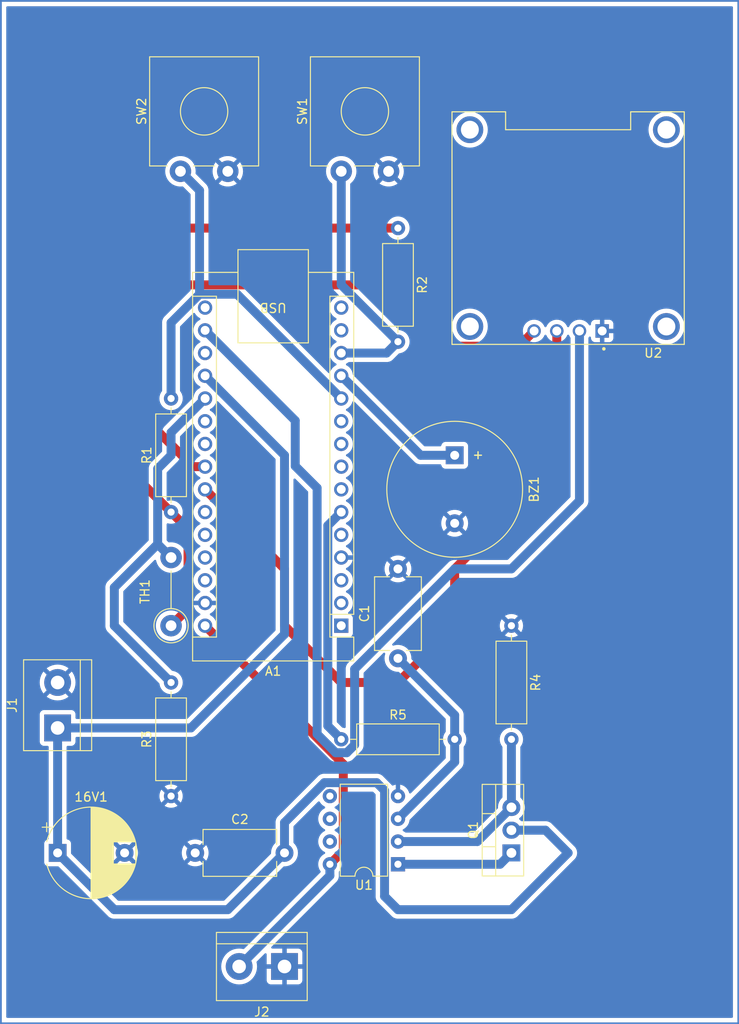
<source format=kicad_pcb>
(kicad_pcb (version 20221018) (generator pcbnew)
  (title_block (title "18650 Battery Capacity Tester ") (date "05.02.2024") (rev "1.0") (company "by Muxtar_Safarov"))
  (layers (0 "F.Cu" signal) (31 "B.Cu" signal) (34 "B.Paste" user) (35 "F.Paste" user) (36 "B.SilkS" user "B.Silkscreen") (37 "F.SilkS" user "F.Silkscreen") (38 "B.Mask" user) (39 "F.Mask" user) (44 "Edge.Cuts" user))
  (net 0 "")
  (net 1 "BAT+")
  (net 2 "Earth")
  (net 7 "Net-(A1-D3)")
  (net 12 "UP")
  (net 13 "BUZZER")
  (net 14 "DOWN")
  (net 18 "3V3")
  (net 20 "TEMP")
  (net 23 "Net-(A1-SDA{slash}A4)")
  (net 24 "Net-(A1-SCL{slash}A5)")
  (net 29 "VCC")
  (net 30 "Net-(U1A-+)")
  (net 31 "GATE")
  (net 32 "Net-(Q1-S)")
  (net 33 "+5V")
  (footprint "Capacitor_THT:CP_Radial_D10.0mm_P7.50mm" (layer "F.Cu") (at 63.5 165.1)
    (fp_text reference "16V1" (at 3.75 -6.25) (layer "F.SilkS"))
    (fp_text value "220uF")
    (fp_line (start -1.729646 -2.875) (end -0.729646 -2.875) (stroke (width 0.12)) (layer "F.SilkS"))
    (fp_line (start -1.229646 -3.375) (end -1.229646 -2.375) (stroke (width 0.12)) (layer "F.SilkS"))
    (fp_line (start 3.75 -5.08) (end 3.75 5.08) (stroke (width 0.12)) (layer "F.SilkS"))
    (fp_line (start 3.79 -5.08) (end 3.79 5.08) (stroke (width 0.12)) (layer "F.SilkS"))
    (fp_line (start 3.83 -5.08) (end 3.83 5.08) (stroke (width 0.12)) (layer "F.SilkS"))
    (fp_line (start 3.87 -5.079) (end 3.87 5.079) (stroke (width 0.12)) (layer "F.SilkS"))
    (fp_line (start 3.91 -5.078) (end 3.91 5.078) (stroke (width 0.12)) (layer "F.SilkS"))
    (fp_line (start 3.95 -5.077) (end 3.95 5.077) (stroke (width 0.12)) (layer "F.SilkS"))
    (fp_line (start 3.99 -5.075) (end 3.99 5.075) (stroke (width 0.12)) (layer "F.SilkS"))
    (fp_line (start 4.03 -5.073) (end 4.03 5.073) (stroke (width 0.12)) (layer "F.SilkS"))
    (fp_line (start 4.07 -5.07) (end 4.07 5.07) (stroke (width 0.12)) (layer "F.SilkS"))
    (fp_line (start 4.11 -5.068) (end 4.11 5.068) (stroke (width 0.12)) (layer "F.SilkS"))
    (fp_line (start 4.15 -5.065) (end 4.15 5.065) (stroke (width 0.12)) (layer "F.SilkS"))
    (fp_line (start 4.19 -5.062) (end 4.19 5.062) (stroke (width 0.12)) (layer "F.SilkS"))
    (fp_line (start 4.23 -5.058) (end 4.23 5.058) (stroke (width 0.12)) (layer "F.SilkS"))
    (fp_line (start 4.27 -5.054) (end 4.27 5.054) (stroke (width 0.12)) (layer "F.SilkS"))
    (fp_line (start 4.31 -5.05) (end 4.31 5.05) (stroke (width 0.12)) (layer "F.SilkS"))
    (fp_line (start 4.35 -5.045) (end 4.35 5.045) (stroke (width 0.12)) (layer "F.SilkS"))
    (fp_line (start 4.39 -5.04) (end 4.39 5.04) (stroke (width 0.12)) (layer "F.SilkS"))
    (fp_line (start 4.43 -5.035) (end 4.43 5.035) (stroke (width 0.12)) (layer "F.SilkS"))
    (fp_line (start 4.471 -5.03) (end 4.471 5.03) (stroke (width 0.12)) (layer "F.SilkS"))
    (fp_line (start 4.511 -5.024) (end 4.511 5.024) (stroke (width 0.12)) (layer "F.SilkS"))
    (fp_line (start 4.551 -5.018) (end 4.551 5.018) (stroke (width 0.12)) (layer "F.SilkS"))
    (fp_line (start 4.591 -5.011) (end 4.591 5.011) (stroke (width 0.12)) (layer "F.SilkS"))
    (fp_line (start 4.631 -5.004) (end 4.631 5.004) (stroke (width 0.12)) (layer "F.SilkS"))
    (fp_line (start 4.671 -4.997) (end 4.671 4.997) (stroke (width 0.12)) (layer "F.SilkS"))
    (fp_line (start 4.711 -4.99) (end 4.711 4.99) (stroke (width 0.12)) (layer "F.SilkS"))
    (fp_line (start 4.751 -4.982) (end 4.751 4.982) (stroke (width 0.12)) (layer "F.SilkS"))
    (fp_line (start 4.791 -4.974) (end 4.791 4.974) (stroke (width 0.12)) (layer "F.SilkS"))
    (fp_line (start 4.831 -4.965) (end 4.831 4.965) (stroke (width 0.12)) (layer "F.SilkS"))
    (fp_line (start 4.871 -4.956) (end 4.871 4.956) (stroke (width 0.12)) (layer "F.SilkS"))
    (fp_line (start 4.911 -4.947) (end 4.911 4.947) (stroke (width 0.12)) (layer "F.SilkS"))
    (fp_line (start 4.951 -4.938) (end 4.951 4.938) (stroke (width 0.12)) (layer "F.SilkS"))
    (fp_line (start 4.991 -4.928) (end 4.991 4.928) (stroke (width 0.12)) (layer "F.SilkS"))
    (fp_line (start 5.031 -4.918) (end 5.031 4.918) (stroke (width 0.12)) (layer "F.SilkS"))
    (fp_line (start 5.071 -4.907) (end 5.071 4.907) (stroke (width 0.12)) (layer "F.SilkS"))
    (fp_line (start 5.111 -4.897) (end 5.111 4.897) (stroke (width 0.12)) (layer "F.SilkS"))
    (fp_line (start 5.151 -4.885) (end 5.151 4.885) (stroke (width 0.12)) (layer "F.SilkS"))
    (fp_line (start 5.191 -4.874) (end 5.191 4.874) (stroke (width 0.12)) (layer "F.SilkS"))
    (fp_line (start 5.231 -4.862) (end 5.231 4.862) (stroke (width 0.12)) (layer "F.SilkS"))
    (fp_line (start 5.271 -4.85) (end 5.271 4.85) (stroke (width 0.12)) (layer "F.SilkS"))
    (fp_line (start 5.311 -4.837) (end 5.311 4.837) (stroke (width 0.12)) (layer "F.SilkS"))
    (fp_line (start 5.351 -4.824) (end 5.351 4.824) (stroke (width 0.12)) (layer "F.SilkS"))
    (fp_line (start 5.391 -4.811) (end 5.391 4.811) (stroke (width 0.12)) (layer "F.SilkS"))
    (fp_line (start 5.431 -4.797) (end 5.431 4.797) (stroke (width 0.12)) (layer "F.SilkS"))
    (fp_line (start 5.471 -4.783) (end 5.471 4.783) (stroke (width 0.12)) (layer "F.SilkS"))
    (fp_line (start 5.511 -4.768) (end 5.511 4.768) (stroke (width 0.12)) (layer "F.SilkS"))
    (fp_line (start 5.551 -4.754) (end 5.551 4.754) (stroke (width 0.12)) (layer "F.SilkS"))
    (fp_line (start 5.591 -4.738) (end 5.591 4.738) (stroke (width 0.12)) (layer "F.SilkS"))
    (fp_line (start 5.631 -4.723) (end 5.631 4.723) (stroke (width 0.12)) (layer "F.SilkS"))
    (fp_line (start 5.671 -4.707) (end 5.671 4.707) (stroke (width 0.12)) (layer "F.SilkS"))
    (fp_line (start 5.711 -4.69) (end 5.711 4.69) (stroke (width 0.12)) (layer "F.SilkS"))
    (fp_line (start 5.751 -4.674) (end 5.751 4.674) (stroke (width 0.12)) (layer "F.SilkS"))
    (fp_line (start 5.791 -4.657) (end 5.791 4.657) (stroke (width 0.12)) (layer "F.SilkS"))
    (fp_line (start 5.831 -4.639) (end 5.831 4.639) (stroke (width 0.12)) (layer "F.SilkS"))
    (fp_line (start 5.871 -4.621) (end 5.871 4.621) (stroke (width 0.12)) (layer "F.SilkS"))
    (fp_line (start 5.911 -4.603) (end 5.911 4.603) (stroke (width 0.12)) (layer "F.SilkS"))
    (fp_line (start 5.951 -4.584) (end 5.951 4.584) (stroke (width 0.12)) (layer "F.SilkS"))
    (fp_line (start 5.991 -4.564) (end 5.991 4.564) (stroke (width 0.12)) (layer "F.SilkS"))
    (fp_line (start 6.031 -4.545) (end 6.031 4.545) (stroke (width 0.12)) (layer "F.SilkS"))
    (fp_line (start 6.071 -4.525) (end 6.071 4.525) (stroke (width 0.12)) (layer "F.SilkS"))
    (fp_line (start 6.111 -4.504) (end 6.111 4.504) (stroke (width 0.12)) (layer "F.SilkS"))
    (fp_line (start 6.151 -4.483) (end 6.151 4.483) (stroke (width 0.12)) (layer "F.SilkS"))
    (fp_line (start 6.191 -4.462) (end 6.191 4.462) (stroke (width 0.12)) (layer "F.SilkS"))
    (fp_line (start 6.231 -4.44) (end 6.231 4.44) (stroke (width 0.12)) (layer "F.SilkS"))
    (fp_line (start 6.271 -4.417) (end 6.271 -1.241) (stroke (width 0.12)) (layer "F.SilkS"))
    (fp_line (start 6.271 1.241) (end 6.271 4.417) (stroke (width 0.12)) (layer "F.SilkS"))
    (fp_line (start 6.311 -4.395) (end 6.311 -1.241) (stroke (width 0.12)) (layer "F.SilkS"))
    (fp_line (start 6.311 1.241) (end 6.311 4.395) (stroke (width 0.12)) (layer "F.SilkS"))
    (fp_line (start 6.351 -4.371) (end 6.351 -1.241) (stroke (width 0.12)) (layer "F.SilkS"))
    (fp_line (start 6.351 1.241) (end 6.351 4.371) (stroke (width 0.12)) (layer "F.SilkS"))
    (fp_line (start 6.391 -4.347) (end 6.391 -1.241) (stroke (width 0.12)) (layer "F.SilkS"))
    (fp_line (start 6.391 1.241) (end 6.391 4.347) (stroke (width 0.12)) (layer "F.SilkS"))
    (fp_line (start 6.431 -4.323) (end 6.431 -1.241) (stroke (width 0.12)) (layer "F.SilkS"))
    (fp_line (start 6.431 1.241) (end 6.431 4.323) (stroke (width 0.12)) (layer "F.SilkS"))
    (fp_line (start 6.471 -4.298) (end 6.471 -1.241) (stroke (width 0.12)) (layer "F.SilkS"))
    (fp_line (start 6.471 1.241) (end 6.471 4.298) (stroke (width 0.12)) (layer "F.SilkS"))
    (fp_line (start 6.511 -4.273) (end 6.511 -1.241) (stroke (width 0.12)) (layer "F.SilkS"))
    (fp_line (start 6.511 1.241) (end 6.511 4.273) (stroke (width 0.12)) (layer "F.SilkS"))
    (fp_line (start 6.551 -4.247) (end 6.551 -1.241) (stroke (width 0.12)) (layer "F.SilkS"))
    (fp_line (start 6.551 1.241) (end 6.551 4.247) (stroke (width 0.12)) (layer "F.SilkS"))
    (fp_line (start 6.591 -4.221) (end 6.591 -1.241) (stroke (width 0.12)) (layer "F.SilkS"))
    (fp_line (start 6.591 1.241) (end 6.591 4.221) (stroke (width 0.12)) (layer "F.SilkS"))
    (fp_line (start 6.631 -4.194) (end 6.631 -1.241) (stroke (width 0.12)) (layer "F.SilkS"))
    (fp_line (start 6.631 1.241) (end 6.631 4.194) (stroke (width 0.12)) (layer "F.SilkS"))
    (fp_line (start 6.671 -4.166) (end 6.671 -1.241) (stroke (width 0.12)) (layer "F.SilkS"))
    (fp_line (start 6.671 1.241) (end 6.671 4.166) (stroke (width 0.12)) (layer "F.SilkS"))
    (fp_line (start 6.711 -4.138) (end 6.711 -1.241) (stroke (width 0.12)) (layer "F.SilkS"))
    (fp_line (start 6.711 1.241) (end 6.711 4.138) (stroke (width 0.12)) (layer "F.SilkS"))
    (fp_line (start 6.751 -4.11) (end 6.751 -1.241) (stroke (width 0.12)) (layer "F.SilkS"))
    (fp_line (start 6.751 1.241) (end 6.751 4.11) (stroke (width 0.12)) (layer "F.SilkS"))
    (fp_line (start 6.791 -4.08) (end 6.791 -1.241) (stroke (width 0.12)) (layer "F.SilkS"))
    (fp_line (start 6.791 1.241) (end 6.791 4.08) (stroke (width 0.12)) (layer "F.SilkS"))
    (fp_line (start 6.831 -4.05) (end 6.831 -1.241) (stroke (width 0.12)) (layer "F.SilkS"))
    (fp_line (start 6.831 1.241) (end 6.831 4.05) (stroke (width 0.12)) (layer "F.SilkS"))
    (fp_line (start 6.871 -4.02) (end 6.871 -1.241) (stroke (width 0.12)) (layer "F.SilkS"))
    (fp_line (start 6.871 1.241) (end 6.871 4.02) (stroke (width 0.12)) (layer "F.SilkS"))
    (fp_line (start 6.911 -3.989) (end 6.911 -1.241) (stroke (width 0.12)) (layer "F.SilkS"))
    (fp_line (start 6.911 1.241) (end 6.911 3.989) (stroke (width 0.12)) (layer "F.SilkS"))
    (fp_line (start 6.951 -3.957) (end 6.951 -1.241) (stroke (width 0.12)) (layer "F.SilkS"))
    (fp_line (start 6.951 1.241) (end 6.951 3.957) (stroke (width 0.12)) (layer "F.SilkS"))
    (fp_line (start 6.991 -3.925) (end 6.991 -1.241) (stroke (width 0.12)) (layer "F.SilkS"))
    (fp_line (start 6.991 1.241) (end 6.991 3.925) (stroke (width 0.12)) (layer "F.SilkS"))
    (fp_line (start 7.031 -3.892) (end 7.031 -1.241) (stroke (width 0.12)) (layer "F.SilkS"))
    (fp_line (start 7.031 1.241) (end 7.031 3.892) (stroke (width 0.12)) (layer "F.SilkS"))
    (fp_line (start 7.071 -3.858) (end 7.071 -1.241) (stroke (width 0.12)) (layer "F.SilkS"))
    (fp_line (start 7.071 1.241) (end 7.071 3.858) (stroke (width 0.12)) (layer "F.SilkS"))
    (fp_line (start 7.111 -3.824) (end 7.111 -1.241) (stroke (width 0.12)) (layer "F.SilkS"))
    (fp_line (start 7.111 1.241) (end 7.111 3.824) (stroke (width 0.12)) (layer "F.SilkS"))
    (fp_line (start 7.151 -3.789) (end 7.151 -1.241) (stroke (width 0.12)) (layer "F.SilkS"))
    (fp_line (start 7.151 1.241) (end 7.151 3.789) (stroke (width 0.12)) (layer "F.SilkS"))
    (fp_line (start 7.191 -3.753) (end 7.191 -1.241) (stroke (width 0.12)) (layer "F.SilkS"))
    (fp_line (start 7.191 1.241) (end 7.191 3.753) (stroke (width 0.12)) (layer "F.SilkS"))
    (fp_line (start 7.231 -3.716) (end 7.231 -1.241) (stroke (width 0.12)) (layer "F.SilkS"))
    (fp_line (start 7.231 1.241) (end 7.231 3.716) (stroke (width 0.12)) (layer "F.SilkS"))
    (fp_line (start 7.271 -3.679) (end 7.271 -1.241) (stroke (width 0.12)) (layer "F.SilkS"))
    (fp_line (start 7.271 1.241) (end 7.271 3.679) (stroke (width 0.12)) (layer "F.SilkS"))
    (fp_line (start 7.311 -3.64) (end 7.311 -1.241) (stroke (width 0.12)) (layer "F.SilkS"))
    (fp_line (start 7.311 1.241) (end 7.311 3.64) (stroke (width 0.12)) (layer "F.SilkS"))
    (fp_line (start 7.351 -3.601) (end 7.351 -1.241) (stroke (width 0.12)) (layer "F.SilkS"))
    (fp_line (start 7.351 1.241) (end 7.351 3.601) (stroke (width 0.12)) (layer "F.SilkS"))
    (fp_line (start 7.391 -3.561) (end 7.391 -1.241) (stroke (width 0.12)) (layer "F.SilkS"))
    (fp_line (start 7.391 1.241) (end 7.391 3.561) (stroke (width 0.12)) (layer "F.SilkS"))
    (fp_line (start 7.431 -3.52) (end 7.431 -1.241) (stroke (width 0.12)) (layer "F.SilkS"))
    (fp_line (start 7.431 1.241) (end 7.431 3.52) (stroke (width 0.12)) (layer "F.SilkS"))
    (fp_line (start 7.471 -3.478) (end 7.471 -1.241) (stroke (width 0.12)) (layer "F.SilkS"))
    (fp_line (start 7.471 1.241) (end 7.471 3.478) (stroke (width 0.12)) (layer "F.SilkS"))
    (fp_line (start 7.511 -3.436) (end 7.511 -1.241) (stroke (width 0.12)) (layer "F.SilkS"))
    (fp_line (start 7.511 1.241) (end 7.511 3.436) (stroke (width 0.12)) (layer "F.SilkS"))
    (fp_line (start 7.551 -3.392) (end 7.551 -1.241) (stroke (width 0.12)) (layer "F.SilkS"))
    (fp_line (start 7.551 1.241) (end 7.551 3.392) (stroke (width 0.12)) (layer "F.SilkS"))
    (fp_line (start 7.591 -3.347) (end 7.591 -1.241) (stroke (width 0.12)) (layer "F.SilkS"))
    (fp_line (start 7.591 1.241) (end 7.591 3.347) (stroke (width 0.12)) (layer "F.SilkS"))
    (fp_line (start 7.631 -3.301) (end 7.631 -1.241) (stroke (width 0.12)) (layer "F.SilkS"))
    (fp_line (start 7.631 1.241) (end 7.631 3.301) (stroke (width 0.12)) (layer "F.SilkS"))
    (fp_line (start 7.671 -3.254) (end 7.671 -1.241) (stroke (width 0.12)) (layer "F.SilkS"))
    (fp_line (start 7.671 1.241) (end 7.671 3.254) (stroke (width 0.12)) (layer "F.SilkS"))
    (fp_line (start 7.711 -3.206) (end 7.711 -1.241) (stroke (width 0.12)) (layer "F.SilkS"))
    (fp_line (start 7.711 1.241) (end 7.711 3.206) (stroke (width 0.12)) (layer "F.SilkS"))
    (fp_line (start 7.751 -3.156) (end 7.751 -1.241) (stroke (width 0.12)) (layer "F.SilkS"))
    (fp_line (start 7.751 1.241) (end 7.751 3.156) (stroke (width 0.12)) (layer "F.SilkS"))
    (fp_line (start 7.791 -3.106) (end 7.791 -1.241) (stroke (width 0.12)) (layer "F.SilkS"))
    (fp_line (start 7.791 1.241) (end 7.791 3.106) (stroke (width 0.12)) (layer "F.SilkS"))
    (fp_line (start 7.831 -3.054) (end 7.831 -1.241) (stroke (width 0.12)) (layer "F.SilkS"))
    (fp_line (start 7.831 1.241) (end 7.831 3.054) (stroke (width 0.12)) (layer "F.SilkS"))
    (fp_line (start 7.871 -3) (end 7.871 -1.241) (stroke (width 0.12)) (layer "F.SilkS"))
    (fp_line (start 7.871 1.241) (end 7.871 3) (stroke (width 0.12)) (layer "F.SilkS"))
    (fp_line (start 7.911 -2.945) (end 7.911 -1.241) (stroke (width 0.12)) (layer "F.SilkS"))
    (fp_line (start 7.911 1.241) (end 7.911 2.945) (stroke (width 0.12)) (layer "F.SilkS"))
    (fp_line (start 7.951 -2.889) (end 7.951 -1.241) (stroke (width 0.12)) (layer "F.SilkS"))
    (fp_line (start 7.951 1.241) (end 7.951 2.889) (stroke (width 0.12)) (layer "F.SilkS"))
    (fp_line (start 7.991 -2.83) (end 7.991 -1.241) (stroke (width 0.12)) (layer "F.SilkS"))
    (fp_line (start 7.991 1.241) (end 7.991 2.83) (stroke (width 0.12)) (layer "F.SilkS"))
    (fp_line (start 8.031 -2.77) (end 8.031 -1.241) (stroke (width 0.12)) (layer "F.SilkS"))
    (fp_line (start 8.031 1.241) (end 8.031 2.77) (stroke (width 0.12)) (layer "F.SilkS"))
    (fp_line (start 8.071 -2.709) (end 8.071 -1.241) (stroke (width 0.12)) (layer "F.SilkS"))
    (fp_line (start 8.071 1.241) (end 8.071 2.709) (stroke (width 0.12)) (layer "F.SilkS"))
    (fp_line (start 8.111 -2.645) (end 8.111 -1.241) (stroke (width 0.12)) (layer "F.SilkS"))
    (fp_line (start 8.111 1.241) (end 8.111 2.645) (stroke (width 0.12)) (layer "F.SilkS"))
    (fp_line (start 8.151 -2.579) (end 8.151 -1.241) (stroke (width 0.12)) (layer "F.SilkS"))
    (fp_line (start 8.151 1.241) (end 8.151 2.579) (stroke (width 0.12)) (layer "F.SilkS"))
    (fp_line (start 8.191 -2.51) (end 8.191 -1.241) (stroke (width 0.12)) (layer "F.SilkS"))
    (fp_line (start 8.191 1.241) (end 8.191 2.51) (stroke (width 0.12)) (layer "F.SilkS"))
    (fp_line (start 8.231 -2.439) (end 8.231 -1.241) (stroke (width 0.12)) (layer "F.SilkS"))
    (fp_line (start 8.231 1.241) (end 8.231 2.439) (stroke (width 0.12)) (layer "F.SilkS"))
    (fp_line (start 8.271 -2.365) (end 8.271 -1.241) (stroke (width 0.12)) (layer "F.SilkS"))
    (fp_line (start 8.271 1.241) (end 8.271 2.365) (stroke (width 0.12)) (layer "F.SilkS"))
    (fp_line (start 8.311 -2.289) (end 8.311 -1.241) (stroke (width 0.12)) (layer "F.SilkS"))
    (fp_line (start 8.311 1.241) (end 8.311 2.289) (stroke (width 0.12)) (layer "F.SilkS"))
    (fp_line (start 8.351 -2.209) (end 8.351 -1.241) (stroke (width 0.12)) (layer "F.SilkS"))
    (fp_line (start 8.351 1.241) (end 8.351 2.209) (stroke (width 0.12)) (layer "F.SilkS"))
    (fp_line (start 8.391 -2.125) (end 8.391 -1.241) (stroke (width 0.12)) (layer "F.SilkS"))
    (fp_line (start 8.391 1.241) (end 8.391 2.125) (stroke (width 0.12)) (layer "F.SilkS"))
    (fp_line (start 8.431 -2.037) (end 8.431 -1.241) (stroke (width 0.12)) (layer "F.SilkS"))
    (fp_line (start 8.431 1.241) (end 8.431 2.037) (stroke (width 0.12)) (layer "F.SilkS"))
    (fp_line (start 8.471 -1.944) (end 8.471 -1.241) (stroke (width 0.12)) (layer "F.SilkS"))
    (fp_line (start 8.471 1.241) (end 8.471 1.944) (stroke (width 0.12)) (layer "F.SilkS"))
    (fp_line (start 8.511 -1.846) (end 8.511 -1.241) (stroke (width 0.12)) (layer "F.SilkS"))
    (fp_line (start 8.511 1.241) (end 8.511 1.846) (stroke (width 0.12)) (layer "F.SilkS"))
    (fp_line (start 8.551 -1.742) (end 8.551 -1.241) (stroke (width 0.12)) (layer "F.SilkS"))
    (fp_line (start 8.551 1.241) (end 8.551 1.742) (stroke (width 0.12)) (layer "F.SilkS"))
    (fp_line (start 8.591 -1.63) (end 8.591 -1.241) (stroke (width 0.12)) (layer "F.SilkS"))
    (fp_line (start 8.591 1.241) (end 8.591 1.63) (stroke (width 0.12)) (layer "F.SilkS"))
    (fp_line (start 8.631 -1.51) (end 8.631 -1.241) (stroke (width 0.12)) (layer "F.SilkS"))
    (fp_line (start 8.631 1.241) (end 8.631 1.51) (stroke (width 0.12)) (layer "F.SilkS"))
    (fp_line (start 8.671 -1.378) (end 8.671 -1.241) (stroke (width 0.12)) (layer "F.SilkS"))
    (fp_line (start 8.671 1.241) (end 8.671 1.378) (stroke (width 0.12)) (layer "F.SilkS"))
    (fp_line (start 8.751 -1.062) (end 8.751 1.062) (stroke (width 0.12)) (layer "F.SilkS"))
    (fp_line (start 8.791 -0.862) (end 8.791 0.862) (stroke (width 0.12)) (layer "F.SilkS"))
    (fp_line (start 8.831 -0.599) (end 8.831 0.599) (stroke (width 0.12)) (layer "F.SilkS"))
    (fp_arc (start -1.21254 -1.26) (mid 8.87 0) (end -1.21254 1.26) (stroke (width 0.12)) (layer "F.SilkS"))
    (pad "1" thru_hole rect (at 0 0) (size 2 2) (drill 1) (layers "*.Cu" "*.Mask") (net 1 "BAT+"))
    (pad "2" thru_hole circle (at 7.5 0) (size 2 2) (drill 1) (layers "*.Cu" "*.Mask") (net 2 "Earth"))
  )
  (footprint "DM-OLED096-636:MODULE_DM-OLED096-636" (layer "F.Cu") (at 120.65 95.25 180)
    (fp_text reference "U2" (at -9.525 -13.97) (layer "F.SilkS"))
    (fp_text value "DM-OLED096-636")
    (fp_line (start -13 -13) (end 13 -13) (stroke (width 0.127)) (layer "F.SilkS"))
    (fp_line (start -13 13) (end -13 -13) (stroke (width 0.127)) (layer "F.SilkS"))
    (fp_line (start -7 11) (end -7 13) (stroke (width 0.127)) (layer "F.SilkS"))
    (fp_line (start -7 13) (end -13 13) (stroke (width 0.127)) (layer "F.SilkS"))
    (fp_line (start 7 11) (end -7 11) (stroke (width 0.127)) (layer "F.SilkS"))
    (fp_line (start 7 13) (end 7 11) (stroke (width 0.127)) (layer "F.SilkS"))
    (fp_line (start 13 -13) (end 13 13) (stroke (width 0.127)) (layer "F.SilkS"))
    (fp_line (start 13 13) (end 7 13) (stroke (width 0.127)) (layer "F.SilkS"))
    (fp_circle (center -4 -13.5) (end -3.9 -13.5) (stroke (width 0.2)) (fill none) (layer "F.SilkS"))
    (pad "1" thru_hole rect (at -3.81 -11.5 180) (size 1.508 1.508) (drill 1) (layers "*.Cu" "*.Mask") (net 2 "Earth"))
    (pad "2" thru_hole circle (at -1.27 -11.5 180) (size 1.508 1.508) (drill 1) (layers "*.Cu" "*.Mask") (net 18 "3V3"))
    (pad "3" thru_hole circle (at 1.27 -11.5 180) (size 1.508 1.508) (drill 1) (layers "*.Cu" "*.Mask") (net 24 "Net-(A1-SCL{slash}A5)"))
    (pad "4" thru_hole circle (at 3.81 -11.5 180) (size 1.508 1.508) (drill 1) (layers "*.Cu" "*.Mask") (net 23 "Net-(A1-SDA{slash}A4)"))
    (pad "S1" thru_hole circle (at -11 -11 180) (size 3 3) (drill 2) (layers "*.Cu" "*.Mask"))
    (pad "S2" thru_hole circle (at 11 -11 180) (size 3 3) (drill 2) (layers "*.Cu" "*.Mask"))
    (pad "S3" thru_hole circle (at 11 11 180) (size 3 3) (drill 2) (layers "*.Cu" "*.Mask"))
    (pad "S4" thru_hole circle (at -11 11 180) (size 3 3) (drill 2) (layers "*.Cu" "*.Mask"))
  )
  (footprint "Resistor_THT:R_Axial_DIN0309_L9.0mm_D3.2mm_P12.70mm_Horizontal" (layer "F.Cu") (at 76.2 127 90)
    (fp_text reference "R1" (at 6.35 -2.72 90) (layer "F.SilkS"))
    (fp_text value "3,3K")
    (fp_line (start 1.04 0) (end 1.73 0) (stroke (width 0.12)) (layer "F.SilkS"))
    (fp_line (start 1.73 -1.72) (end 1.73 1.72) (stroke (width 0.12)) (layer "F.SilkS"))
    (fp_line (start 1.73 1.72) (end 10.97 1.72) (stroke (width 0.12)) (layer "F.SilkS"))
    (fp_line (start 10.97 -1.72) (end 1.73 -1.72) (stroke (width 0.12)) (layer "F.SilkS"))
    (fp_line (start 10.97 1.72) (end 10.97 -1.72) (stroke (width 0.12)) (layer "F.SilkS"))
    (fp_line (start 11.66 0) (end 10.97 0) (stroke (width 0.12)) (layer "F.SilkS"))
    (pad "1" thru_hole circle (at 0 0 90) (size 1.6 1.6) (drill 0.8) (layers "*.Cu" "*.Mask") (net 33 "+5V"))
    (pad "2" thru_hole oval (at 12.7 0 90) (size 1.6 1.6) (drill 0.8) (layers "*.Cu" "*.Mask") (net 12 "UP"))
  )
  (footprint "Resistor_THT:R_Axial_DIN0411_L9.9mm_D3.6mm_P7.62mm_Vertical" (layer "F.Cu") (at 76.2 139.7 90)
    (fp_text reference "TH1" (at 3.81 -2.92 90) (layer "F.SilkS"))
    (fp_text value "10K")
    (fp_line (start 1.92 0) (end 6.12 0) (stroke (width 0.12)) (layer "F.SilkS"))
    (fp_circle (center 0 0) (end 1.92 0) (stroke (width 0.12)) (fill none) (layer "F.SilkS"))
    (pad "1" thru_hole circle (at 0 0 90) (size 2.4 2.4) (drill 1.2) (layers "*.Cu" "*.Mask") (net 33 "+5V"))
    (pad "2" thru_hole oval (at 7.62 0 90) (size 2.4 2.4) (drill 1.2) (layers "*.Cu" "*.Mask") (net 20 "TEMP"))
  )
  (footprint "Resistor_THT:R_Axial_DIN0309_L9.0mm_D3.2mm_P12.70mm_Horizontal" (layer "F.Cu") (at 101.6 95.25 -90)
    (fp_text reference "R2" (at 6.35 -2.72 90) (layer "F.SilkS"))
    (fp_text value "3,3K")
    (fp_line (start 1.04 0) (end 1.73 0) (stroke (width 0.12)) (layer "F.SilkS"))
    (fp_line (start 1.73 -1.72) (end 1.73 1.72) (stroke (width 0.12)) (layer "F.SilkS"))
    (fp_line (start 1.73 1.72) (end 10.97 1.72) (stroke (width 0.12)) (layer "F.SilkS"))
    (fp_line (start 10.97 -1.72) (end 1.73 -1.72) (stroke (width 0.12)) (layer "F.SilkS"))
    (fp_line (start 10.97 1.72) (end 10.97 -1.72) (stroke (width 0.12)) (layer "F.SilkS"))
    (fp_line (start 11.66 0) (end 10.97 0) (stroke (width 0.12)) (layer "F.SilkS"))
    (pad "1" thru_hole circle (at 0 0 270) (size 1.6 1.6) (drill 0.8) (layers "*.Cu" "*.Mask") (net 33 "+5V"))
    (pad "2" thru_hole oval (at 12.7 0 270) (size 1.6 1.6) (drill 0.8) (layers "*.Cu" "*.Mask") (net 14 "DOWN"))
  )
  (footprint "Capacitor_THT:C_Disc_D8.0mm_W5.0mm_P10.00mm" (layer "F.Cu") (at 101.6 143.35 90)
    (fp_text reference "C1" (at 5 -3.75 90) (layer "F.SilkS"))
    (fp_text value "100nF")
    (fp_line (start 0.88 -2.62) (end 0.88 -0.946) (stroke (width 0.12)) (layer "F.SilkS"))
    (fp_line (start 0.88 -2.62) (end 9.12 -2.62) (stroke (width 0.12)) (layer "F.SilkS"))
    (fp_line (start 0.88 0.946) (end 0.88 2.62) (stroke (width 0.12)) (layer "F.SilkS"))
    (fp_line (start 0.88 2.62) (end 9.12 2.62) (stroke (width 0.12)) (layer "F.SilkS"))
    (fp_line (start 9.12 -2.62) (end 9.12 -0.946) (stroke (width 0.12)) (layer "F.SilkS"))
    (fp_line (start 9.12 0.946) (end 9.12 2.62) (stroke (width 0.12)) (layer "F.SilkS"))
    (pad "1" thru_hole circle (at 0 0 90) (size 2 2) (drill 1) (layers "*.Cu" "*.Mask") (net 30 "Net-(U1A-+)"))
    (pad "2" thru_hole circle (at 10 0 90) (size 2 2) (drill 1) (layers "*.Cu" "*.Mask") (net 2 "Earth"))
  )
  (footprint "Capacitor_THT:C_Disc_D8.0mm_W5.0mm_P10.00mm" (layer "F.Cu") (at 78.9 165.1)
    (fp_text reference "C2" (at 5 -3.75) (layer "F.SilkS"))
    (fp_text value "100nF")
    (fp_line (start 0.88 -2.62) (end 0.88 -0.946) (stroke (width 0.12)) (layer "F.SilkS"))
    (fp_line (start 0.88 -2.62) (end 9.12 -2.62) (stroke (width 0.12)) (layer "F.SilkS"))
    (fp_line (start 0.88 0.946) (end 0.88 2.62) (stroke (width 0.12)) (layer "F.SilkS"))
    (fp_line (start 0.88 2.62) (end 9.12 2.62) (stroke (width 0.12)) (layer "F.SilkS"))
    (fp_line (start 9.12 -2.62) (end 9.12 -0.946) (stroke (width 0.12)) (layer "F.SilkS"))
    (fp_line (start 9.12 0.946) (end 9.12 2.62) (stroke (width 0.12)) (layer "F.SilkS"))
    (pad "1" thru_hole circle (at 0 0) (size 2 2) (drill 1) (layers "*.Cu" "*.Mask") (net 2 "Earth"))
    (pad "2" thru_hole circle (at 10 0) (size 2 2) (drill 1) (layers "*.Cu" "*.Mask") (net 1 "BAT+"))
  )
  (footprint "Module:Arduino_Nano" (layer "F.Cu") (at 95.25 139.7 180)
    (fp_text reference "A1" (at 7.62 -5.08) (layer "F.SilkS"))
    (fp_text value "Arduino_Nano_Every")
    (fp_text user "USB" (at 7.62 35.56 180 unlocked) (layer "F.SilkS"))
    (fp_line (start -1.4 -3.94) (end -1.4 -1.27) (stroke (width 0.12)) (layer "F.SilkS"))
    (fp_line (start -1.4 1.27) (end -1.4 39.5) (stroke (width 0.12)) (layer "F.SilkS"))
    (fp_line (start -1.4 39.5) (end 3.68 39.5) (stroke (width 0.12)) (layer "F.SilkS"))
    (fp_line (start 1.27 -1.27) (end -1.4 -1.27) (stroke (width 0.12)) (layer "F.SilkS"))
    (fp_line (start 1.27 1.27) (end -1.4 1.27) (stroke (width 0.12)) (layer "F.SilkS"))
    (fp_line (start 1.27 1.27) (end 1.27 -1.27) (stroke (width 0.12)) (layer "F.SilkS"))
    (fp_line (start 1.27 1.27) (end 1.27 36.83) (stroke (width 0.12)) (layer "F.SilkS"))
    (fp_line (start 1.27 36.83) (end -1.4 36.83) (stroke (width 0.12)) (layer "F.SilkS"))
    (fp_line (start 3.68 31.62) (end 11.56 31.62) (stroke (width 0.12)) (layer "F.SilkS"))
    (fp_line (start 3.68 42.04) (end 3.68 31.62) (stroke (width 0.12)) (layer "F.SilkS"))
    (fp_line (start 11.56 31.62) (end 11.56 42.04) (stroke (width 0.12)) (layer "F.SilkS"))
    (fp_line (start 11.56 42.04) (end 3.68 42.04) (stroke (width 0.12)) (layer "F.SilkS"))
    (fp_line (start 13.97 -1.27) (end 13.97 36.83) (stroke (width 0.12)) (layer "F.SilkS"))
    (fp_line (start 13.97 -1.27) (end 16.64 -1.27) (stroke (width 0.12)) (layer "F.SilkS"))
    (fp_line (start 13.97 36.83) (end 16.64 36.83) (stroke (width 0.12)) (layer "F.SilkS"))
    (fp_line (start 16.64 -3.94) (end -1.4 -3.94) (stroke (width 0.12)) (layer "F.SilkS"))
    (fp_line (start 16.64 39.5) (end 11.56 39.5) (stroke (width 0.12)) (layer "F.SilkS"))
    (fp_line (start 16.64 39.5) (end 16.64 -3.94) (stroke (width 0.12)) (layer "F.SilkS"))
    (pad "1" thru_hole rect (at 0 0 180) (size 1.6 1.6) (drill 1) (layers "*.Cu" "*.Mask"))
    (pad "2" thru_hole oval (at 0 2.54 180) (size 1.6 1.6) (drill 1) (layers "*.Cu" "*.Mask"))
    (pad "3" thru_hole oval (at 0 5.08 180) (size 1.6 1.6) (drill 1) (layers "*.Cu" "*.Mask"))
    (pad "4" thru_hole oval (at 0 7.62 180) (size 1.6 1.6) (drill 1) (layers "*.Cu" "*.Mask") (net 2 "Earth"))
    (pad "5" thru_hole oval (at 0 10.16 180) (size 1.6 1.6) (drill 1) (layers "*.Cu" "*.Mask"))
    (pad "6" thru_hole oval (at 0 12.7 180) (size 1.6 1.6) (drill 1) (layers "*.Cu" "*.Mask") (net 7 "Net-(A1-D3)"))
    (pad "7" thru_hole oval (at 0 15.24 180) (size 1.6 1.6) (drill 1) (layers "*.Cu" "*.Mask"))
    (pad "8" thru_hole oval (at 0 17.78 180) (size 1.6 1.6) (drill 1) (layers "*.Cu" "*.Mask"))
    (pad "9" thru_hole oval (at 0 20.32 180) (size 1.6 1.6) (drill 1) (layers "*.Cu" "*.Mask"))
    (pad "10" thru_hole oval (at 0 22.86 180) (size 1.6 1.6) (drill 1) (layers "*.Cu" "*.Mask"))
    (pad "11" thru_hole oval (at 0 25.4 180) (size 1.6 1.6) (drill 1) (layers "*.Cu" "*.Mask") (net 12 "UP"))
    (pad "12" thru_hole oval (at 0 27.94 180) (size 1.6 1.6) (drill 1) (layers "*.Cu" "*.Mask") (net 13 "BUZZER"))
    (pad "13" thru_hole oval (at 0 30.48 180) (size 1.6 1.6) (drill 1) (layers "*.Cu" "*.Mask") (net 14 "DOWN"))
    (pad "14" thru_hole oval (at 0 33.02 180) (size 1.6 1.6) (drill 1) (layers "*.Cu" "*.Mask"))
    (pad "15" thru_hole oval (at 0 35.56 180) (size 1.6 1.6) (drill 1) (layers "*.Cu" "*.Mask"))
    (pad "16" thru_hole oval (at 15.24 35.56 180) (size 1.6 1.6) (drill 1) (layers "*.Cu" "*.Mask"))
    (pad "17" thru_hole oval (at 15.24 33.02 180) (size 1.6 1.6) (drill 1) (layers "*.Cu" "*.Mask") (net 18 "3V3"))
    (pad "18" thru_hole oval (at 15.24 30.48 180) (size 1.6 1.6) (drill 1) (layers "*.Cu" "*.Mask"))
    (pad "19" thru_hole oval (at 15.24 27.94 180) (size 1.6 1.6) (drill 1) (layers "*.Cu" "*.Mask") (net 1 "BAT+"))
    (pad "20" thru_hole oval (at 15.24 25.4 180) (size 1.6 1.6) (drill 1) (layers "*.Cu" "*.Mask") (net 20 "TEMP"))
    (pad "21" thru_hole oval (at 15.24 22.86 180) (size 1.6 1.6) (drill 1) (layers "*.Cu" "*.Mask"))
    (pad "22" thru_hole oval (at 15.24 20.32 180) (size 1.6 1.6) (drill 1) (layers "*.Cu" "*.Mask"))
    (pad "23" thru_hole oval (at 15.24 17.78 180) (size 1.6 1.6) (drill 1) (layers "*.Cu" "*.Mask") (net 23 "Net-(A1-SDA{slash}A4)"))
    (pad "24" thru_hole oval (at 15.24 15.24 180) (size 1.6 1.6) (drill 1) (layers "*.Cu" "*.Mask") (net 24 "Net-(A1-SCL{slash}A5)"))
    (pad "25" thru_hole oval (at 15.24 12.7 180) (size 1.6 1.6) (drill 1) (layers "*.Cu" "*.Mask"))
    (pad "26" thru_hole oval (at 15.24 10.16 180) (size 1.6 1.6) (drill 1) (layers "*.Cu" "*.Mask"))
    (pad "27" thru_hole oval (at 15.24 7.62 180) (size 1.6 1.6) (drill 1) (layers "*.Cu" "*.Mask"))
    (pad "28" thru_hole oval (at 15.24 5.08 180) (size 1.6 1.6) (drill 1) (layers "*.Cu" "*.Mask"))
    (pad "29" thru_hole oval (at 15.24 2.54 180) (size 1.6 1.6) (drill 1) (layers "*.Cu" "*.Mask") (net 2 "Earth"))
    (pad "30" thru_hole oval (at 15.24 0 180) (size 1.6 1.6) (drill 1) (layers "*.Cu" "*.Mask") (net 29 "VCC"))
  )
  (footprint "Button_Switch_THT:SW_CW_GPTS203211B" (layer "F.Cu") (at 95.25 88.9 90)
    (fp_text reference "SW1" (at 6.7 -4.35 90) (layer "F.SilkS"))
    (fp_text value "SW_DIP_x01")
    (fp_line (start 0.6 -3.45) (end 12.8 -3.45) (stroke (width 0.12)) (layer "F.SilkS"))
    (fp_line (start 0.6 -1.46) (end 0.6 -3.45) (stroke (width 0.12)) (layer "F.SilkS"))
    (fp_line (start 0.6 1.46) (end 0.6 3.84) (stroke (width 0.12)) (layer "F.SilkS"))
    (fp_line (start 0.6 8.75) (end 0.6 6.76) (stroke (width 0.12)) (layer "F.SilkS"))
    (fp_line (start 12.8 -3.45) (end 12.8 8.75) (stroke (width 0.12)) (layer "F.SilkS"))
    (fp_line (start 12.8 8.75) (end 0.6 8.75) (stroke (width 0.12)) (layer "F.SilkS"))
    (fp_circle (center 6.7 2.65) (end 9.35 2.65) (stroke (width 0.12)) (fill none) (layer "F.SilkS"))
    (pad "1" thru_hole circle (at 0 0 90) (size 2.4 2.4) (drill 1.2) (layers "*.Cu" "*.Mask") (net 14 "DOWN"))
    (pad "2" thru_hole circle (at 0 5.3 90) (size 2.4 2.4) (drill 1.2) (layers "*.Cu" "*.Mask") (net 2 "Earth"))
  )
  (footprint "TerminalBlock:TerminalBlock_bornier-2_P5.08mm" (layer "F.Cu") (at 63.5 151.13 90)
    (fp_text reference "J1" (at 2.54 -5.08 90) (layer "F.SilkS"))
    (fp_text value "BATTERY")
    (fp_line (start -2.54 -3.81) (end -2.54 3.81) (stroke (width 0.12)) (layer "F.SilkS"))
    (fp_line (start -2.54 3.81) (end 7.62 3.81) (stroke (width 0.12)) (layer "F.SilkS"))
    (fp_line (start 7.62 -3.81) (end -2.54 -3.81) (stroke (width 0.12)) (layer "F.SilkS"))
    (fp_line (start 7.62 2.54) (end -2.54 2.54) (stroke (width 0.12)) (layer "F.SilkS"))
    (fp_line (start 7.62 3.81) (end 7.62 -3.81) (stroke (width 0.12)) (layer "F.SilkS"))
    (pad "1" thru_hole rect (at 0 0 90) (size 3 3) (drill 1.52) (layers "*.Cu" "*.Mask") (net 1 "BAT+"))
    (pad "2" thru_hole circle (at 5.08 0 90) (size 3 3) (drill 1.52) (layers "*.Cu" "*.Mask") (net 2 "Earth"))
  )
  (footprint "Buzzer_Beeper:Buzzer_15x7.5RM7.6" (layer "F.Cu") (at 107.95 120.65 -90)
    (fp_text reference "BZ1" (at 3.81 -8.89 90) (layer "F.SilkS"))
    (fp_text value "Buzzer")
    (fp_text user "+" (at -0.01 -2.54 90) (layer "F.SilkS"))
    (fp_circle (center 3.8 0) (end 11.4 0) (stroke (width 0.12)) (fill none) (layer "F.SilkS"))
    (pad "1" thru_hole rect (at 0 0 270) (size 2 2) (drill 1) (layers "*.Cu" "*.Mask") (net 13 "BUZZER"))
    (pad "2" thru_hole circle (at 7.6 0 270) (size 2 2) (drill 1) (layers "*.Cu" "*.Mask") (net 2 "Earth"))
  )
  (footprint "Resistor_THT:R_Axial_DIN0309_L9.0mm_D3.2mm_P12.70mm_Horizontal" (layer "F.Cu") (at 114.3 139.7 -90)
    (fp_text reference "R4" (at 6.35 -2.72 90) (layer "F.SilkS"))
    (fp_text value "0,5R")
    (fp_line (start 1.04 0) (end 1.73 0) (stroke (width 0.12)) (layer "F.SilkS"))
    (fp_line (start 1.73 -1.72) (end 1.73 1.72) (stroke (width 0.12)) (layer "F.SilkS"))
    (fp_line (start 1.73 1.72) (end 10.97 1.72) (stroke (width 0.12)) (layer "F.SilkS"))
    (fp_line (start 10.97 -1.72) (end 1.73 -1.72) (stroke (width 0.12)) (layer "F.SilkS"))
    (fp_line (start 10.97 1.72) (end 10.97 -1.72) (stroke (width 0.12)) (layer "F.SilkS"))
    (fp_line (start 11.66 0) (end 10.97 0) (stroke (width 0.12)) (layer "F.SilkS"))
    (pad "1" thru_hole circle (at 0 0 270) (size 1.6 1.6) (drill 0.8) (layers "*.Cu" "*.Mask") (net 2 "Earth"))
    (pad "2" thru_hole oval (at 12.7 0 270) (size 1.6 1.6) (drill 0.8) (layers "*.Cu" "*.Mask") (net 32 "Net-(Q1-S)"))
  )
  (footprint "Package_TO_SOT_THT:TO-220-3_Vertical" (layer "F.Cu") (at 114.3 165.1 90)
    (fp_text reference "Q1" (at 2.54 -4.27 90) (layer "F.SilkS"))
    (fp_text value "IRLZ44N")
    (fp_line (start -2.58 -3.27) (end -2.58 1.371) (stroke (width 0.12)) (layer "F.SilkS"))
    (fp_line (start -2.58 -3.27) (end 7.66 -3.27) (stroke (width 0.12)) (layer "F.SilkS"))
    (fp_line (start -2.58 -1.76) (end 7.66 -1.76) (stroke (width 0.12)) (layer "F.SilkS"))
    (fp_line (start -2.58 1.371) (end 7.66 1.371) (stroke (width 0.12)) (layer "F.SilkS"))
    (fp_line (start 0.69 -3.27) (end 0.69 -1.76) (stroke (width 0.12)) (layer "F.SilkS"))
    (fp_line (start 4.391 -3.27) (end 4.391 -1.76) (stroke (width 0.12)) (layer "F.SilkS"))
    (fp_line (start 7.66 -3.27) (end 7.66 1.371) (stroke (width 0.12)) (layer "F.SilkS"))
    (pad "1" thru_hole rect (at 0 0 90) (size 1.905 2) (drill 1.1) (layers "*.Cu" "*.Mask") (net 31 "GATE"))
    (pad "2" thru_hole oval (at 2.54 0 90) (size 1.905 2) (drill 1.1) (layers "*.Cu" "*.Mask") (net 1 "BAT+"))
    (pad "3" thru_hole oval (at 5.08 0 90) (size 1.905 2) (drill 1.1) (layers "*.Cu" "*.Mask") (net 32 "Net-(Q1-S)"))
  )
  (footprint "TerminalBlock:TerminalBlock_bornier-2_P5.08mm" (layer "F.Cu") (at 88.9 177.8 180)
    (fp_text reference "J2" (at 2.54 -5.08) (layer "F.SilkS"))
    (fp_text value "VCC INPUT Voltage")
    (fp_line (start -2.54 -3.81) (end -2.54 3.81) (stroke (width 0.12)) (layer "F.SilkS"))
    (fp_line (start -2.54 3.81) (end 7.62 3.81) (stroke (width 0.12)) (layer "F.SilkS"))
    (fp_line (start 7.62 -3.81) (end -2.54 -3.81) (stroke (width 0.12)) (layer "F.SilkS"))
    (fp_line (start 7.62 2.54) (end -2.54 2.54) (stroke (width 0.12)) (layer "F.SilkS"))
    (fp_line (start 7.62 3.81) (end 7.62 -3.81) (stroke (width 0.12)) (layer "F.SilkS"))
    (pad "1" thru_hole rect (at 0 0 180) (size 3 3) (drill 1.52) (layers "*.Cu" "*.Mask") (net 2 "Earth"))
    (pad "2" thru_hole circle (at 5.08 0 180) (size 3 3) (drill 1.52) (layers "*.Cu" "*.Mask") (net 29 "VCC"))
  )
  (footprint "Button_Switch_THT:SW_CW_GPTS203211B" (layer "F.Cu") (at 77.25 88.9 90)
    (fp_text reference "SW2" (at 6.7 -4.35 90) (layer "F.SilkS"))
    (fp_text value "SW_DIP_x01")
    (fp_line (start 0.6 -3.45) (end 12.8 -3.45) (stroke (width 0.12)) (layer "F.SilkS"))
    (fp_line (start 0.6 -1.46) (end 0.6 -3.45) (stroke (width 0.12)) (layer "F.SilkS"))
    (fp_line (start 0.6 1.46) (end 0.6 3.84) (stroke (width 0.12)) (layer "F.SilkS"))
    (fp_line (start 0.6 8.75) (end 0.6 6.76) (stroke (width 0.12)) (layer "F.SilkS"))
    (fp_line (start 12.8 -3.45) (end 12.8 8.75) (stroke (width 0.12)) (layer "F.SilkS"))
    (fp_line (start 12.8 8.75) (end 0.6 8.75) (stroke (width 0.12)) (layer "F.SilkS"))
    (fp_circle (center 6.7 2.65) (end 9.35 2.65) (stroke (width 0.12)) (fill none) (layer "F.SilkS"))
    (pad "1" thru_hole circle (at 0 0 90) (size 2.4 2.4) (drill 1.2) (layers "*.Cu" "*.Mask") (net 12 "UP"))
    (pad "2" thru_hole circle (at 0 5.3 90) (size 2.4 2.4) (drill 1.2) (layers "*.Cu" "*.Mask") (net 2 "Earth"))
  )
  (footprint "Resistor_THT:R_Axial_DIN0309_L9.0mm_D3.2mm_P12.70mm_Horizontal" (layer "F.Cu") (at 76.2 158.75 90)
    (fp_text reference "R3" (at 6.35 -2.72 90) (layer "F.SilkS"))
    (fp_text value "10K")
    (fp_line (start 1.04 0) (end 1.73 0) (stroke (width 0.12)) (layer "F.SilkS"))
    (fp_line (start 1.73 -1.72) (end 1.73 1.72) (stroke (width 0.12)) (layer "F.SilkS"))
    (fp_line (start 1.73 1.72) (end 10.97 1.72) (stroke (width 0.12)) (layer "F.SilkS"))
    (fp_line (start 10.97 -1.72) (end 1.73 -1.72) (stroke (width 0.12)) (layer "F.SilkS"))
    (fp_line (start 10.97 1.72) (end 10.97 -1.72) (stroke (width 0.12)) (layer "F.SilkS"))
    (fp_line (start 11.66 0) (end 10.97 0) (stroke (width 0.12)) (layer "F.SilkS"))
    (pad "1" thru_hole circle (at 0 0 90) (size 1.6 1.6) (drill 0.8) (layers "*.Cu" "*.Mask") (net 2 "Earth"))
    (pad "2" thru_hole oval (at 12.7 0 90) (size 1.6 1.6) (drill 0.8) (layers "*.Cu" "*.Mask") (net 20 "TEMP"))
  )
  (footprint "Resistor_THT:R_Axial_DIN0309_L9.0mm_D3.2mm_P12.70mm_Horizontal" (layer "F.Cu") (at 95.25 152.4)
    (fp_text reference "R5" (at 6.35 -2.72) (layer "F.SilkS"))
    (fp_text value "1M")
    (fp_line (start 1.04 0) (end 1.73 0) (stroke (width 0.12)) (layer "F.SilkS"))
    (fp_line (start 1.73 -1.72) (end 1.73 1.72) (stroke (width 0.12)) (layer "F.SilkS"))
    (fp_line (start 1.73 1.72) (end 10.97 1.72) (stroke (width 0.12)) (layer "F.SilkS"))
    (fp_line (start 10.97 -1.72) (end 1.73 -1.72) (stroke (width 0.12)) (layer "F.SilkS"))
    (fp_line (start 10.97 1.72) (end 10.97 -1.72) (stroke (width 0.12)) (layer "F.SilkS"))
    (fp_line (start 11.66 0) (end 10.97 0) (stroke (width 0.12)) (layer "F.SilkS"))
    (pad "1" thru_hole circle (at 0 0) (size 1.6 1.6) (drill 0.8) (layers "*.Cu" "*.Mask") (net 7 "Net-(A1-D3)"))
    (pad "2" thru_hole oval (at 12.7 0) (size 1.6 1.6) (drill 0.8) (layers "*.Cu" "*.Mask") (net 30 "Net-(U1A-+)"))
  )
  (footprint "Package_DIP:DIP-8_W7.62mm" (layer "F.Cu") (at 101.6 166.37 180)
    (fp_text reference "U1" (at 3.81 -2.33) (layer "F.SilkS"))
    (fp_text value "LM358")
    (fp_line (start 1.16 -1.33) (end 1.16 8.95) (stroke (width 0.12)) (layer "F.SilkS"))
    (fp_line (start 1.16 8.95) (end 6.46 8.95) (stroke (width 0.12)) (layer "F.SilkS"))
    (fp_line (start 2.81 -1.33) (end 1.16 -1.33) (stroke (width 0.12)) (layer "F.SilkS"))
    (fp_line (start 6.46 -1.33) (end 4.81 -1.33) (stroke (width 0.12)) (layer "F.SilkS"))
    (fp_line (start 6.46 8.95) (end 6.46 -1.33) (stroke (width 0.12)) (layer "F.SilkS"))
    (fp_arc (start 4.81 -1.33) (mid 3.81 -0.33) (end 2.81 -1.33) (stroke (width 0.12)) (layer "F.SilkS"))
    (pad "1" thru_hole rect (at 0 0 180) (size 1.6 1.6) (drill 0.8) (layers "*.Cu" "*.Mask") (net 31 "GATE"))
    (pad "2" thru_hole oval (at 0 2.54 180) (size 1.6 1.6) (drill 0.8) (layers "*.Cu" "*.Mask") (net 32 "Net-(Q1-S)"))
    (pad "3" thru_hole oval (at 0 5.08 180) (size 1.6 1.6) (drill 0.8) (layers "*.Cu" "*.Mask") (net 30 "Net-(U1A-+)"))
    (pad "4" thru_hole oval (at 0 7.62 180) (size 1.6 1.6) (drill 0.8) (layers "*.Cu" "*.Mask") (net 2 "Earth"))
    (pad "5" thru_hole oval (at 7.62 7.62 180) (size 1.6 1.6) (drill 0.8) (layers "*.Cu" "*.Mask"))
    (pad "6" thru_hole oval (at 7.62 5.08 180) (size 1.6 1.6) (drill 0.8) (layers "*.Cu" "*.Mask"))
    (pad "7" thru_hole oval (at 7.62 2.54 180) (size 1.6 1.6) (drill 0.8) (layers "*.Cu" "*.Mask"))
    (pad "8" thru_hole oval (at 7.62 0 180) (size 1.6 1.6) (drill 0.8) (layers "*.Cu" "*.Mask") (net 29 "VCC"))
  )
  (gr_rect (start 57.15 69.85) (end 139.7 184.15) (stroke (width 0.2)) (fill none) (layer "B.Cu"))
  (segment (start 63.5 151.13) (end 63.5 165.1) (width 1) (layer "B.Cu") (net 1))
  (segment (start 118.11 162.56) (end 114.3 162.56) (width 1) (layer "B.Cu") (net 1))
  (segment (start 78.42 151.13) (end 88.9 140.65) (width 1) (layer "B.Cu") (net 1))
  (segment (start 99.221321 157.25) (end 100.1 158.128679) (width 1) (layer "B.Cu") (net 1))
  (segment (start 101.6 171.45) (end 114.3 171.45) (width 1) (layer "B.Cu") (net 1))
  (segment (start 88.9 120.65) (end 80.01 111.76) (width 1) (layer "B.Cu") (net 1))
  (segment (start 88.9 165.1) (end 82.55 171.45) (width 1) (layer "B.Cu") (net 1))
  (segment (start 100.1 169.95) (end 101.6 171.45) (width 1) (layer "B.Cu") (net 1))
  (segment (start 88.9 165.1) (end 88.9 161.708679) (width 1) (layer "B.Cu") (net 1))
  (segment (start 88.9 140.65) (end 88.9 120.65) (width 1) (layer "B.Cu") (net 1))
  (segment (start 88.9 161.708679) (end 93.358679 157.25) (width 1) (layer "B.Cu") (net 1))
  (segment (start 82.55 171.45) (end 69.85 171.45) (width 1) (layer "B.Cu") (net 1))
  (segment (start 63.5 151.13) (end 78.42 151.13) (width 1) (layer "B.Cu") (net 1))
  (segment (start 100.1 158.128679) (end 100.1 169.95) (width 1) (layer "B.Cu") (net 1))
  (segment (start 114.3 171.45) (end 120.65 165.1) (width 1) (layer "B.Cu") (net 1))
  (segment (start 93.358679 157.25) (end 99.221321 157.25) (width 1) (layer "B.Cu") (net 1))
  (segment (start 69.85 171.45) (end 63.5 165.1) (width 1) (layer "B.Cu") (net 1))
  (segment (start 120.65 165.1) (end 118.11 162.56) (width 1) (layer "B.Cu") (net 1))
  (segment (start 93.75 128.5) (end 95.25 127) (width 1) (layer "B.Cu") (net 7))
  (segment (start 95.25 152.4) (end 93.75 150.9) (width 1) (layer "B.Cu") (net 7))
  (segment (start 93.75 150.9) (end 93.75 128.5) (width 1) (layer "B.Cu") (net 7))
  (segment (start 76.2 105.828679) (end 76.2 114.3) (width 1) (layer "B.Cu") (net 12))
  (segment (start 79.388679 91.038679) (end 79.388679 102.64) (width 1) (layer "B.Cu") (net 12))
  (segment (start 77.25 88.9) (end 79.388679 91.038679) (width 1) (layer "B.Cu") (net 12))
  (segment (start 95.25 114.3) (end 83.59 102.64) (width 1) (layer "B.Cu") (net 12))
  (segment (start 79.388679 102.64) (end 76.2 105.828679) (width 1) (layer "B.Cu") (net 12))
  (segment (start 83.59 102.64) (end 79.388679 102.64) (width 1) (layer "B.Cu") (net 12))
  (segment (start 104.14 120.65) (end 95.25 111.76) (width 1) (layer "B.Cu") (net 13))
  (segment (start 107.95 120.65) (end 104.14 120.65) (width 1) (layer "B.Cu") (net 13))
  (segment (start 100.33 109.22) (end 101.6 107.95) (width 1) (layer "B.Cu") (net 14))
  (segment (start 95.25 109.22) (end 100.33 109.22) (width 1) (layer "B.Cu") (net 14))
  (segment (start 95.25 88.9) (end 95.25 101.6) (width 1) (layer "B.Cu") (net 14))
  (segment (start 95.25 101.6) (end 101.6 107.95) (width 1) (layer "B.Cu") (net 14))
  (segment (start 96.75 144.55) (end 107.95 133.35) (width 1) (layer "B.Cu") (net 18))
  (segment (start 121.92 125.73) (end 121.92 106.75) (width 1) (layer "B.Cu") (net 18))
  (segment (start 94.628679 153.9) (end 95.871321 153.9) (width 1) (layer "B.Cu") (net 18))
  (segment (start 95.871321 153.9) (end 96.75 153.021321) (width 1) (layer "B.Cu") (net 18))
  (segment (start 80.01 106.68) (end 90.1 116.77) (width 1) (layer "B.Cu") (net 18))
  (segment (start 90.1 121.85) (end 92.55 124.3) (width 1) (layer "B.Cu") (net 18))
  (segment (start 114.3 133.35) (end 121.92 125.73) (width 1) (layer "B.Cu") (net 18))
  (segment (start 107.95 133.35) (end 114.3 133.35) (width 1) (layer "B.Cu") (net 18))
  (segment (start 90.1 116.77) (end 90.1 121.85) (width 1) (layer "B.Cu") (net 18))
  (segment (start 92.55 151.821321) (end 94.628679 153.9) (width 1) (layer "B.Cu") (net 18))
  (segment (start 92.55 124.3) (end 92.55 151.821321) (width 1) (layer "B.Cu") (net 18))
  (segment (start 96.75 153.021321) (end 96.75 144.55) (width 1) (layer "B.Cu") (net 18))
  (segment (start 76.2 132.08) (end 74.7 130.58) (width 1) (layer "B.Cu") (net 20))
  (segment (start 69.85 139.7) (end 69.85 135.43) (width 1) (layer "B.Cu") (net 20))
  (segment (start 69.85 135.43) (end 74.7 130.58) (width 1) (layer "B.Cu") (net 20))
  (segment (start 74.7 122.15) (end 76.2 120.65) (width 1) (layer "B.Cu") (net 20))
  (segment (start 74.7 130.58) (end 74.7 122.15) (width 1) (layer "B.Cu") (net 20))
  (segment (start 76.2 118.11) (end 80.01 114.3) (width 1) (layer "B.Cu") (net 20))
  (segment (start 76.2 146.05) (end 69.85 139.7) (width 1) (layer "B.Cu") (net 20))
  (segment (start 76.2 120.65) (end 76.2 118.11) (width 1) (layer "B.Cu") (net 20))
  (segment (start 71.05 106.75) (end 71.05 114.3) (width 1) (layer "F.Cu") (net 23))
  (segment (start 76.2 101.6) (end 71.05 106.75) (width 1) (layer "F.Cu") (net 23))
  (segment (start 107.25 108.45) (end 100.4 101.6) (width 1) (layer "F.Cu") (net 23))
  (segment (start 71.05 114.3) (end 78.67 121.92) (width 1) (layer "F.Cu") (net 23))
  (segment (start 115.14 108.45) (end 107.25 108.45) (width 1) (layer "F.Cu") (net 23))
  (segment (start 100.4 101.6) (end 76.2 101.6) (width 1) (layer "F.Cu") (net 23))
  (segment (start 116.84 106.75) (end 115.14 108.45) (width 1) (layer "F.Cu") (net 23))
  (segment (start 78.67 121.92) (end 80.01 121.92) (width 1) (layer "F.Cu") (net 23))
  (segment (start 119.38 106.75) (end 119.38 121.92) (width 1) (layer "F.Cu") (net 24))
  (segment (start 88.9 139.7) (end 88.9 133.35) (width 1) (layer "F.Cu") (net 24))
  (segment (start 88.9 133.35) (end 80.01 124.46) (width 1) (layer "F.Cu") (net 24))
  (segment (start 95.25 146.05) (end 88.9 139.7) (width 1) (layer "F.Cu") (net 24))
  (segment (start 107.95 139.7) (end 101.6 146.05) (width 1) (layer "F.Cu") (net 24))
  (segment (start 107.95 133.35) (end 107.95 139.7) (width 1) (layer "F.Cu") (net 24))
  (segment (start 119.38 121.92) (end 107.95 133.35) (width 1) (layer "F.Cu") (net 24))
  (segment (start 101.6 146.05) (end 95.25 146.05) (width 1) (layer "F.Cu") (net 24))
  (segment (start 95.48 155.17) (end 95.48 164.87) (width 1) (layer "F.Cu") (net 29))
  (segment (start 95.48 164.87) (end 93.98 166.37) (width 1) (layer "F.Cu") (net 29))
  (segment (start 80.01 139.7) (end 95.48 155.17) (width 1) (layer "F.Cu") (net 29))
  (segment (start 93.98 167.64) (end 93.98 166.37) (width 1) (layer "B.Cu") (net 29))
  (segment (start 83.82 177.8) (end 93.98 167.64) (width 1) (layer "B.Cu") (net 29))
  (segment (start 101.6 143.35) (end 107.95 149.7) (width 1) (layer "B.Cu") (net 30))
  (segment (start 107.95 149.7) (end 107.95 152.4) (width 1) (layer "B.Cu") (net 30))
  (segment (start 101.6 161.29) (end 107.95 154.94) (width 1) (layer "B.Cu") (net 30))
  (segment (start 107.95 154.94) (end 107.95 152.4) (width 1) (layer "B.Cu") (net 30))
  (segment (start 101.6 166.37) (end 113.03 166.37) (width 1) (layer "B.Cu") (net 31))
  (segment (start 113.03 166.37) (end 114.3 165.1) (width 1) (layer "B.Cu") (net 31))
  (segment (start 110.49 163.83) (end 114.3 160.02) (width 1) (layer "B.Cu") (net 32))
  (segment (start 101.6 163.83) (end 110.49 163.83) (width 1) (layer "B.Cu") (net 32))
  (segment (start 114.3 152.4) (end 114.3 160.02) (width 1) (layer "B.Cu") (net 32))
  (segment (start 78.1 128.9) (end 78.1 137.8) (width 1) (layer "F.Cu") (net 33))
  (segment (start 76.2 127) (end 78.1 128.9) (width 1) (layer "F.Cu") (net 33))
  (segment (start 101.6 95.25) (end 76.2 95.25) (width 1) (layer "F.Cu") (net 33))
  (segment (start 69.85 101.6) (end 69.85 120.65) (width 1) (layer "F.Cu") (net 33))
  (segment (start 69.85 120.65) (end 76.2 127) (width 1) (layer "F.Cu") (net 33))
  (segment (start 76.2 95.25) (end 69.85 101.6) (width 1) (layer "F.Cu") (net 33))
  (segment (start 78.1 137.8) (end 76.2 139.7) (width 1) (layer "F.Cu") (net 33))
  (zone (net 2) (net_name "Earth") (layer "B.Cu") (connect_pads (clearance 0.5)) (min_thickness 0.25) (fill yes (thermal_gap 0.5) (thermal_bridge_width 0.5))
    (polygon (pts (xy 57.15 69.85) (xy 57.15 184.15) (xy 139.7 184.15) (xy 139.7 69.85)))
  )
)
</source>
